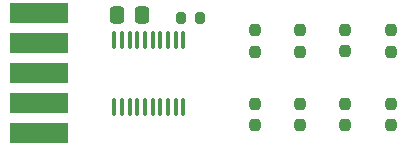
<source format=gbr>
%TF.GenerationSoftware,KiCad,Pcbnew,7.0.9*%
%TF.CreationDate,2023-12-01T13:47:35+01:00*%
%TF.ProjectId,usb-temp,7573622d-7465-46d7-902e-6b696361645f,rev?*%
%TF.SameCoordinates,Original*%
%TF.FileFunction,Paste,Bot*%
%TF.FilePolarity,Positive*%
%FSLAX46Y46*%
G04 Gerber Fmt 4.6, Leading zero omitted, Abs format (unit mm)*
G04 Created by KiCad (PCBNEW 7.0.9) date 2023-12-01 13:47:35*
%MOMM*%
%LPD*%
G01*
G04 APERTURE LIST*
G04 Aperture macros list*
%AMRoundRect*
0 Rectangle with rounded corners*
0 $1 Rounding radius*
0 $2 $3 $4 $5 $6 $7 $8 $9 X,Y pos of 4 corners*
0 Add a 4 corners polygon primitive as box body*
4,1,4,$2,$3,$4,$5,$6,$7,$8,$9,$2,$3,0*
0 Add four circle primitives for the rounded corners*
1,1,$1+$1,$2,$3*
1,1,$1+$1,$4,$5*
1,1,$1+$1,$6,$7*
1,1,$1+$1,$8,$9*
0 Add four rect primitives between the rounded corners*
20,1,$1+$1,$2,$3,$4,$5,0*
20,1,$1+$1,$4,$5,$6,$7,0*
20,1,$1+$1,$6,$7,$8,$9,0*
20,1,$1+$1,$8,$9,$2,$3,0*%
G04 Aperture macros list end*
%ADD10R,5.000000X1.700000*%
%ADD11RoundRect,0.237500X-0.237500X0.250000X-0.237500X-0.250000X0.237500X-0.250000X0.237500X0.250000X0*%
%ADD12RoundRect,0.250000X0.337500X0.475000X-0.337500X0.475000X-0.337500X-0.475000X0.337500X-0.475000X0*%
%ADD13RoundRect,0.237500X0.237500X-0.250000X0.237500X0.250000X-0.237500X0.250000X-0.237500X-0.250000X0*%
%ADD14RoundRect,0.100000X-0.100000X0.637500X-0.100000X-0.637500X0.100000X-0.637500X0.100000X0.637500X0*%
%ADD15RoundRect,0.200000X0.200000X0.275000X-0.200000X0.275000X-0.200000X-0.275000X0.200000X-0.275000X0*%
G04 APERTURE END LIST*
D10*
%TO.C,J2*%
X2794000Y-1270000D03*
X2794000Y-3810000D03*
X2794000Y-6350000D03*
X2794000Y-8890000D03*
X2794000Y-11430000D03*
%TD*%
D11*
%TO.C,R9*%
X32580000Y-8917500D03*
X32580000Y-10742500D03*
%TD*%
D12*
%TO.C,C1*%
X11477500Y-1400000D03*
X9402500Y-1400000D03*
%TD*%
D13*
%TO.C,R1*%
X28710000Y-10732500D03*
X28710000Y-8907500D03*
%TD*%
D14*
%TO.C,U1*%
X9140000Y-3487500D03*
X9790000Y-3487500D03*
X10440000Y-3487500D03*
X11090000Y-3487500D03*
X11740000Y-3487500D03*
X12390000Y-3487500D03*
X13040000Y-3487500D03*
X13690000Y-3487500D03*
X14340000Y-3487500D03*
X14990000Y-3487500D03*
X14990000Y-9212500D03*
X14340000Y-9212500D03*
X13690000Y-9212500D03*
X13040000Y-9212500D03*
X12390000Y-9212500D03*
X11740000Y-9212500D03*
X11090000Y-9212500D03*
X10440000Y-9212500D03*
X9790000Y-9212500D03*
X9140000Y-9212500D03*
%TD*%
D11*
%TO.C,R5*%
X24880000Y-2667500D03*
X24880000Y-4492500D03*
%TD*%
%TO.C,R6*%
X21070000Y-2667500D03*
X21070000Y-4492500D03*
%TD*%
%TO.C,R7*%
X24880000Y-8917500D03*
X24880000Y-10742500D03*
%TD*%
D15*
%TO.C,R2*%
X16415000Y-1620000D03*
X14765000Y-1620000D03*
%TD*%
D11*
%TO.C,R3*%
X32580000Y-2667500D03*
X32580000Y-4492500D03*
%TD*%
%TO.C,R8*%
X21070000Y-8917500D03*
X21070000Y-10742500D03*
%TD*%
%TO.C,R4*%
X28710000Y-2657500D03*
X28710000Y-4482500D03*
%TD*%
M02*

</source>
